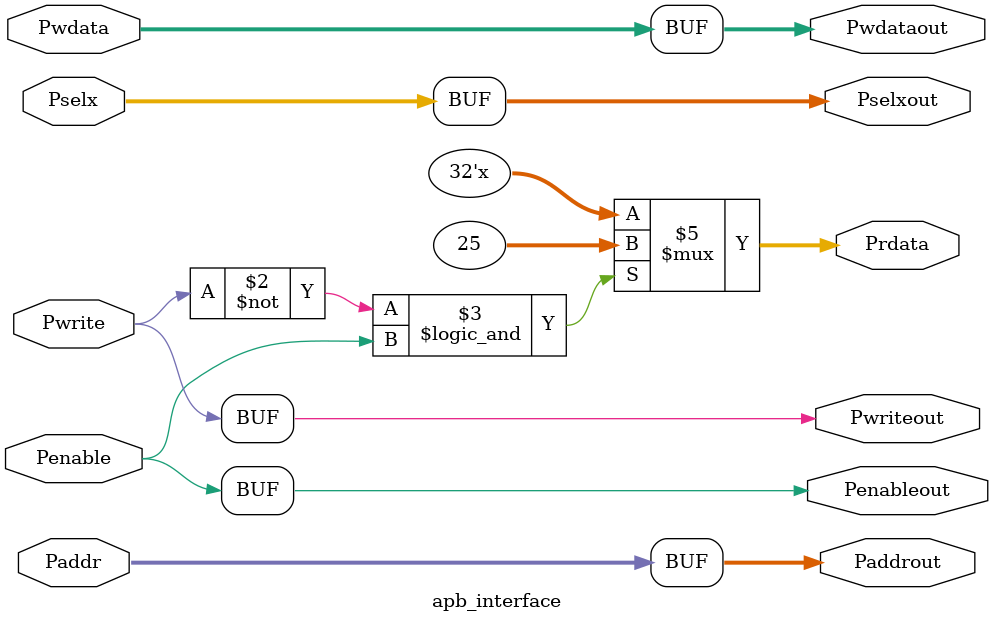
<source format=v>
module apb_interface(Pwrite,Pselx,Penable,Paddr,Pwdata,Pwriteout,Pselxout,Penableout,Paddrout,Pwdataout,Prdata);

input Pwrite,Penable;
input [2:0] Pselx;
input [31:0] Pwdata,Paddr;

output Pwriteout,Penableout;
output [2:0] Pselxout;
output [31:0] Pwdataout,Paddrout;
output reg [31:0] Prdata;

assign Penableout=Penable;
assign Pselxout=Pselx;
assign Pwriteout=Pwrite;
assign Paddrout=Paddr;
assign Pwdataout=Pwdata;

always @(*)
 begin
  if (~Pwrite && Penable)
   Prdata=8'd25;
 
 end

endmodule

</source>
